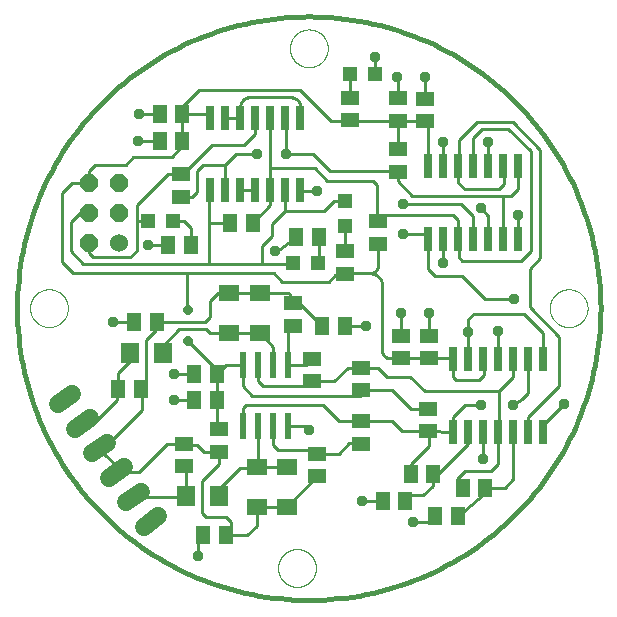
<source format=gtl>
G75*
%MOIN*%
%OFA0B0*%
%FSLAX25Y25*%
%IPPOS*%
%LPD*%
%AMOC8*
5,1,8,0,0,1.08239X$1,22.5*
%
%ADD10C,0.01600*%
%ADD11C,0.00000*%
%ADD12R,0.05118X0.05906*%
%ADD13R,0.05906X0.05118*%
%ADD14R,0.07087X0.05512*%
%ADD15R,0.02600X0.08000*%
%ADD16R,0.02362X0.08661*%
%ADD17R,0.06299X0.07098*%
%ADD18C,0.06000*%
%ADD19C,0.06000*%
%ADD20OC8,0.06000*%
%ADD21R,0.04724X0.04724*%
%ADD22OC8,0.03543*%
%ADD23C,0.00984*%
%ADD24OC8,0.03169*%
D10*
X0002582Y0099819D02*
X0002611Y0102205D01*
X0002699Y0104590D01*
X0002845Y0106972D01*
X0003050Y0109350D01*
X0003313Y0111722D01*
X0003634Y0114087D01*
X0004014Y0116443D01*
X0004450Y0118789D01*
X0004945Y0121124D01*
X0005496Y0123446D01*
X0006104Y0125753D01*
X0006769Y0128045D01*
X0007490Y0130320D01*
X0008266Y0132577D01*
X0009098Y0134814D01*
X0009984Y0137030D01*
X0010924Y0139223D01*
X0011918Y0141393D01*
X0012965Y0143538D01*
X0014064Y0145656D01*
X0015214Y0147747D01*
X0016416Y0149809D01*
X0017668Y0151841D01*
X0018969Y0153841D01*
X0020320Y0155809D01*
X0021718Y0157743D01*
X0023163Y0159642D01*
X0024654Y0161505D01*
X0026190Y0163332D01*
X0027771Y0165119D01*
X0029395Y0166868D01*
X0031062Y0168576D01*
X0032770Y0170243D01*
X0034519Y0171867D01*
X0036306Y0173448D01*
X0038133Y0174984D01*
X0039996Y0176475D01*
X0041895Y0177920D01*
X0043829Y0179318D01*
X0045797Y0180669D01*
X0047797Y0181970D01*
X0049829Y0183222D01*
X0051891Y0184424D01*
X0053982Y0185574D01*
X0056100Y0186673D01*
X0058245Y0187720D01*
X0060415Y0188714D01*
X0062608Y0189654D01*
X0064824Y0190540D01*
X0067061Y0191372D01*
X0069318Y0192148D01*
X0071593Y0192869D01*
X0073885Y0193534D01*
X0076192Y0194142D01*
X0078514Y0194693D01*
X0080849Y0195188D01*
X0083195Y0195624D01*
X0085551Y0196004D01*
X0087916Y0196325D01*
X0090288Y0196588D01*
X0092666Y0196793D01*
X0095048Y0196939D01*
X0097433Y0197027D01*
X0099819Y0197056D01*
X0102205Y0197027D01*
X0104590Y0196939D01*
X0106972Y0196793D01*
X0109350Y0196588D01*
X0111722Y0196325D01*
X0114087Y0196004D01*
X0116443Y0195624D01*
X0118789Y0195188D01*
X0121124Y0194693D01*
X0123446Y0194142D01*
X0125753Y0193534D01*
X0128045Y0192869D01*
X0130320Y0192148D01*
X0132577Y0191372D01*
X0134814Y0190540D01*
X0137030Y0189654D01*
X0139223Y0188714D01*
X0141393Y0187720D01*
X0143538Y0186673D01*
X0145656Y0185574D01*
X0147747Y0184424D01*
X0149809Y0183222D01*
X0151841Y0181970D01*
X0153841Y0180669D01*
X0155809Y0179318D01*
X0157743Y0177920D01*
X0159642Y0176475D01*
X0161505Y0174984D01*
X0163332Y0173448D01*
X0165119Y0171867D01*
X0166868Y0170243D01*
X0168576Y0168576D01*
X0170243Y0166868D01*
X0171867Y0165119D01*
X0173448Y0163332D01*
X0174984Y0161505D01*
X0176475Y0159642D01*
X0177920Y0157743D01*
X0179318Y0155809D01*
X0180669Y0153841D01*
X0181970Y0151841D01*
X0183222Y0149809D01*
X0184424Y0147747D01*
X0185574Y0145656D01*
X0186673Y0143538D01*
X0187720Y0141393D01*
X0188714Y0139223D01*
X0189654Y0137030D01*
X0190540Y0134814D01*
X0191372Y0132577D01*
X0192148Y0130320D01*
X0192869Y0128045D01*
X0193534Y0125753D01*
X0194142Y0123446D01*
X0194693Y0121124D01*
X0195188Y0118789D01*
X0195624Y0116443D01*
X0196004Y0114087D01*
X0196325Y0111722D01*
X0196588Y0109350D01*
X0196793Y0106972D01*
X0196939Y0104590D01*
X0197027Y0102205D01*
X0197056Y0099819D01*
X0197027Y0097433D01*
X0196939Y0095048D01*
X0196793Y0092666D01*
X0196588Y0090288D01*
X0196325Y0087916D01*
X0196004Y0085551D01*
X0195624Y0083195D01*
X0195188Y0080849D01*
X0194693Y0078514D01*
X0194142Y0076192D01*
X0193534Y0073885D01*
X0192869Y0071593D01*
X0192148Y0069318D01*
X0191372Y0067061D01*
X0190540Y0064824D01*
X0189654Y0062608D01*
X0188714Y0060415D01*
X0187720Y0058245D01*
X0186673Y0056100D01*
X0185574Y0053982D01*
X0184424Y0051891D01*
X0183222Y0049829D01*
X0181970Y0047797D01*
X0180669Y0045797D01*
X0179318Y0043829D01*
X0177920Y0041895D01*
X0176475Y0039996D01*
X0174984Y0038133D01*
X0173448Y0036306D01*
X0171867Y0034519D01*
X0170243Y0032770D01*
X0168576Y0031062D01*
X0166868Y0029395D01*
X0165119Y0027771D01*
X0163332Y0026190D01*
X0161505Y0024654D01*
X0159642Y0023163D01*
X0157743Y0021718D01*
X0155809Y0020320D01*
X0153841Y0018969D01*
X0151841Y0017668D01*
X0149809Y0016416D01*
X0147747Y0015214D01*
X0145656Y0014064D01*
X0143538Y0012965D01*
X0141393Y0011918D01*
X0139223Y0010924D01*
X0137030Y0009984D01*
X0134814Y0009098D01*
X0132577Y0008266D01*
X0130320Y0007490D01*
X0128045Y0006769D01*
X0125753Y0006104D01*
X0123446Y0005496D01*
X0121124Y0004945D01*
X0118789Y0004450D01*
X0116443Y0004014D01*
X0114087Y0003634D01*
X0111722Y0003313D01*
X0109350Y0003050D01*
X0106972Y0002845D01*
X0104590Y0002699D01*
X0102205Y0002611D01*
X0099819Y0002582D01*
X0097433Y0002611D01*
X0095048Y0002699D01*
X0092666Y0002845D01*
X0090288Y0003050D01*
X0087916Y0003313D01*
X0085551Y0003634D01*
X0083195Y0004014D01*
X0080849Y0004450D01*
X0078514Y0004945D01*
X0076192Y0005496D01*
X0073885Y0006104D01*
X0071593Y0006769D01*
X0069318Y0007490D01*
X0067061Y0008266D01*
X0064824Y0009098D01*
X0062608Y0009984D01*
X0060415Y0010924D01*
X0058245Y0011918D01*
X0056100Y0012965D01*
X0053982Y0014064D01*
X0051891Y0015214D01*
X0049829Y0016416D01*
X0047797Y0017668D01*
X0045797Y0018969D01*
X0043829Y0020320D01*
X0041895Y0021718D01*
X0039996Y0023163D01*
X0038133Y0024654D01*
X0036306Y0026190D01*
X0034519Y0027771D01*
X0032770Y0029395D01*
X0031062Y0031062D01*
X0029395Y0032770D01*
X0027771Y0034519D01*
X0026190Y0036306D01*
X0024654Y0038133D01*
X0023163Y0039996D01*
X0021718Y0041895D01*
X0020320Y0043829D01*
X0018969Y0045797D01*
X0017668Y0047797D01*
X0016416Y0049829D01*
X0015214Y0051891D01*
X0014064Y0053982D01*
X0012965Y0056100D01*
X0011918Y0058245D01*
X0010924Y0060415D01*
X0009984Y0062608D01*
X0009098Y0064824D01*
X0008266Y0067061D01*
X0007490Y0069318D01*
X0006769Y0071593D01*
X0006104Y0073885D01*
X0005496Y0076192D01*
X0004945Y0078514D01*
X0004450Y0080849D01*
X0004014Y0083195D01*
X0003634Y0085551D01*
X0003313Y0087916D01*
X0003050Y0090288D01*
X0002845Y0092666D01*
X0002699Y0095048D01*
X0002611Y0097433D01*
X0002582Y0099819D01*
D11*
X0006906Y0099819D02*
X0006908Y0099977D01*
X0006914Y0100135D01*
X0006924Y0100293D01*
X0006938Y0100451D01*
X0006956Y0100608D01*
X0006977Y0100765D01*
X0007003Y0100921D01*
X0007033Y0101077D01*
X0007066Y0101232D01*
X0007104Y0101385D01*
X0007145Y0101538D01*
X0007190Y0101690D01*
X0007239Y0101841D01*
X0007292Y0101990D01*
X0007348Y0102138D01*
X0007408Y0102284D01*
X0007472Y0102429D01*
X0007540Y0102572D01*
X0007611Y0102714D01*
X0007685Y0102854D01*
X0007763Y0102991D01*
X0007845Y0103127D01*
X0007929Y0103261D01*
X0008018Y0103392D01*
X0008109Y0103521D01*
X0008204Y0103648D01*
X0008301Y0103773D01*
X0008402Y0103895D01*
X0008506Y0104014D01*
X0008613Y0104131D01*
X0008723Y0104245D01*
X0008836Y0104356D01*
X0008951Y0104465D01*
X0009069Y0104570D01*
X0009190Y0104672D01*
X0009313Y0104772D01*
X0009439Y0104868D01*
X0009567Y0104961D01*
X0009697Y0105051D01*
X0009830Y0105137D01*
X0009965Y0105221D01*
X0010101Y0105300D01*
X0010240Y0105377D01*
X0010381Y0105449D01*
X0010523Y0105519D01*
X0010667Y0105584D01*
X0010813Y0105646D01*
X0010960Y0105704D01*
X0011109Y0105759D01*
X0011259Y0105810D01*
X0011410Y0105857D01*
X0011562Y0105900D01*
X0011715Y0105939D01*
X0011870Y0105975D01*
X0012025Y0106006D01*
X0012181Y0106034D01*
X0012337Y0106058D01*
X0012494Y0106078D01*
X0012652Y0106094D01*
X0012809Y0106106D01*
X0012968Y0106114D01*
X0013126Y0106118D01*
X0013284Y0106118D01*
X0013442Y0106114D01*
X0013601Y0106106D01*
X0013758Y0106094D01*
X0013916Y0106078D01*
X0014073Y0106058D01*
X0014229Y0106034D01*
X0014385Y0106006D01*
X0014540Y0105975D01*
X0014695Y0105939D01*
X0014848Y0105900D01*
X0015000Y0105857D01*
X0015151Y0105810D01*
X0015301Y0105759D01*
X0015450Y0105704D01*
X0015597Y0105646D01*
X0015743Y0105584D01*
X0015887Y0105519D01*
X0016029Y0105449D01*
X0016170Y0105377D01*
X0016309Y0105300D01*
X0016445Y0105221D01*
X0016580Y0105137D01*
X0016713Y0105051D01*
X0016843Y0104961D01*
X0016971Y0104868D01*
X0017097Y0104772D01*
X0017220Y0104672D01*
X0017341Y0104570D01*
X0017459Y0104465D01*
X0017574Y0104356D01*
X0017687Y0104245D01*
X0017797Y0104131D01*
X0017904Y0104014D01*
X0018008Y0103895D01*
X0018109Y0103773D01*
X0018206Y0103648D01*
X0018301Y0103521D01*
X0018392Y0103392D01*
X0018481Y0103261D01*
X0018565Y0103127D01*
X0018647Y0102991D01*
X0018725Y0102854D01*
X0018799Y0102714D01*
X0018870Y0102572D01*
X0018938Y0102429D01*
X0019002Y0102284D01*
X0019062Y0102138D01*
X0019118Y0101990D01*
X0019171Y0101841D01*
X0019220Y0101690D01*
X0019265Y0101538D01*
X0019306Y0101385D01*
X0019344Y0101232D01*
X0019377Y0101077D01*
X0019407Y0100921D01*
X0019433Y0100765D01*
X0019454Y0100608D01*
X0019472Y0100451D01*
X0019486Y0100293D01*
X0019496Y0100135D01*
X0019502Y0099977D01*
X0019504Y0099819D01*
X0019502Y0099661D01*
X0019496Y0099503D01*
X0019486Y0099345D01*
X0019472Y0099187D01*
X0019454Y0099030D01*
X0019433Y0098873D01*
X0019407Y0098717D01*
X0019377Y0098561D01*
X0019344Y0098406D01*
X0019306Y0098253D01*
X0019265Y0098100D01*
X0019220Y0097948D01*
X0019171Y0097797D01*
X0019118Y0097648D01*
X0019062Y0097500D01*
X0019002Y0097354D01*
X0018938Y0097209D01*
X0018870Y0097066D01*
X0018799Y0096924D01*
X0018725Y0096784D01*
X0018647Y0096647D01*
X0018565Y0096511D01*
X0018481Y0096377D01*
X0018392Y0096246D01*
X0018301Y0096117D01*
X0018206Y0095990D01*
X0018109Y0095865D01*
X0018008Y0095743D01*
X0017904Y0095624D01*
X0017797Y0095507D01*
X0017687Y0095393D01*
X0017574Y0095282D01*
X0017459Y0095173D01*
X0017341Y0095068D01*
X0017220Y0094966D01*
X0017097Y0094866D01*
X0016971Y0094770D01*
X0016843Y0094677D01*
X0016713Y0094587D01*
X0016580Y0094501D01*
X0016445Y0094417D01*
X0016309Y0094338D01*
X0016170Y0094261D01*
X0016029Y0094189D01*
X0015887Y0094119D01*
X0015743Y0094054D01*
X0015597Y0093992D01*
X0015450Y0093934D01*
X0015301Y0093879D01*
X0015151Y0093828D01*
X0015000Y0093781D01*
X0014848Y0093738D01*
X0014695Y0093699D01*
X0014540Y0093663D01*
X0014385Y0093632D01*
X0014229Y0093604D01*
X0014073Y0093580D01*
X0013916Y0093560D01*
X0013758Y0093544D01*
X0013601Y0093532D01*
X0013442Y0093524D01*
X0013284Y0093520D01*
X0013126Y0093520D01*
X0012968Y0093524D01*
X0012809Y0093532D01*
X0012652Y0093544D01*
X0012494Y0093560D01*
X0012337Y0093580D01*
X0012181Y0093604D01*
X0012025Y0093632D01*
X0011870Y0093663D01*
X0011715Y0093699D01*
X0011562Y0093738D01*
X0011410Y0093781D01*
X0011259Y0093828D01*
X0011109Y0093879D01*
X0010960Y0093934D01*
X0010813Y0093992D01*
X0010667Y0094054D01*
X0010523Y0094119D01*
X0010381Y0094189D01*
X0010240Y0094261D01*
X0010101Y0094338D01*
X0009965Y0094417D01*
X0009830Y0094501D01*
X0009697Y0094587D01*
X0009567Y0094677D01*
X0009439Y0094770D01*
X0009313Y0094866D01*
X0009190Y0094966D01*
X0009069Y0095068D01*
X0008951Y0095173D01*
X0008836Y0095282D01*
X0008723Y0095393D01*
X0008613Y0095507D01*
X0008506Y0095624D01*
X0008402Y0095743D01*
X0008301Y0095865D01*
X0008204Y0095990D01*
X0008109Y0096117D01*
X0008018Y0096246D01*
X0007929Y0096377D01*
X0007845Y0096511D01*
X0007763Y0096647D01*
X0007685Y0096784D01*
X0007611Y0096924D01*
X0007540Y0097066D01*
X0007472Y0097209D01*
X0007408Y0097354D01*
X0007348Y0097500D01*
X0007292Y0097648D01*
X0007239Y0097797D01*
X0007190Y0097948D01*
X0007145Y0098100D01*
X0007104Y0098253D01*
X0007066Y0098406D01*
X0007033Y0098561D01*
X0007003Y0098717D01*
X0006977Y0098873D01*
X0006956Y0099030D01*
X0006938Y0099187D01*
X0006924Y0099345D01*
X0006914Y0099503D01*
X0006908Y0099661D01*
X0006906Y0099819D01*
X0089583Y0013205D02*
X0089585Y0013363D01*
X0089591Y0013521D01*
X0089601Y0013679D01*
X0089615Y0013837D01*
X0089633Y0013994D01*
X0089654Y0014151D01*
X0089680Y0014307D01*
X0089710Y0014463D01*
X0089743Y0014618D01*
X0089781Y0014771D01*
X0089822Y0014924D01*
X0089867Y0015076D01*
X0089916Y0015227D01*
X0089969Y0015376D01*
X0090025Y0015524D01*
X0090085Y0015670D01*
X0090149Y0015815D01*
X0090217Y0015958D01*
X0090288Y0016100D01*
X0090362Y0016240D01*
X0090440Y0016377D01*
X0090522Y0016513D01*
X0090606Y0016647D01*
X0090695Y0016778D01*
X0090786Y0016907D01*
X0090881Y0017034D01*
X0090978Y0017159D01*
X0091079Y0017281D01*
X0091183Y0017400D01*
X0091290Y0017517D01*
X0091400Y0017631D01*
X0091513Y0017742D01*
X0091628Y0017851D01*
X0091746Y0017956D01*
X0091867Y0018058D01*
X0091990Y0018158D01*
X0092116Y0018254D01*
X0092244Y0018347D01*
X0092374Y0018437D01*
X0092507Y0018523D01*
X0092642Y0018607D01*
X0092778Y0018686D01*
X0092917Y0018763D01*
X0093058Y0018835D01*
X0093200Y0018905D01*
X0093344Y0018970D01*
X0093490Y0019032D01*
X0093637Y0019090D01*
X0093786Y0019145D01*
X0093936Y0019196D01*
X0094087Y0019243D01*
X0094239Y0019286D01*
X0094392Y0019325D01*
X0094547Y0019361D01*
X0094702Y0019392D01*
X0094858Y0019420D01*
X0095014Y0019444D01*
X0095171Y0019464D01*
X0095329Y0019480D01*
X0095486Y0019492D01*
X0095645Y0019500D01*
X0095803Y0019504D01*
X0095961Y0019504D01*
X0096119Y0019500D01*
X0096278Y0019492D01*
X0096435Y0019480D01*
X0096593Y0019464D01*
X0096750Y0019444D01*
X0096906Y0019420D01*
X0097062Y0019392D01*
X0097217Y0019361D01*
X0097372Y0019325D01*
X0097525Y0019286D01*
X0097677Y0019243D01*
X0097828Y0019196D01*
X0097978Y0019145D01*
X0098127Y0019090D01*
X0098274Y0019032D01*
X0098420Y0018970D01*
X0098564Y0018905D01*
X0098706Y0018835D01*
X0098847Y0018763D01*
X0098986Y0018686D01*
X0099122Y0018607D01*
X0099257Y0018523D01*
X0099390Y0018437D01*
X0099520Y0018347D01*
X0099648Y0018254D01*
X0099774Y0018158D01*
X0099897Y0018058D01*
X0100018Y0017956D01*
X0100136Y0017851D01*
X0100251Y0017742D01*
X0100364Y0017631D01*
X0100474Y0017517D01*
X0100581Y0017400D01*
X0100685Y0017281D01*
X0100786Y0017159D01*
X0100883Y0017034D01*
X0100978Y0016907D01*
X0101069Y0016778D01*
X0101158Y0016647D01*
X0101242Y0016513D01*
X0101324Y0016377D01*
X0101402Y0016240D01*
X0101476Y0016100D01*
X0101547Y0015958D01*
X0101615Y0015815D01*
X0101679Y0015670D01*
X0101739Y0015524D01*
X0101795Y0015376D01*
X0101848Y0015227D01*
X0101897Y0015076D01*
X0101942Y0014924D01*
X0101983Y0014771D01*
X0102021Y0014618D01*
X0102054Y0014463D01*
X0102084Y0014307D01*
X0102110Y0014151D01*
X0102131Y0013994D01*
X0102149Y0013837D01*
X0102163Y0013679D01*
X0102173Y0013521D01*
X0102179Y0013363D01*
X0102181Y0013205D01*
X0102179Y0013047D01*
X0102173Y0012889D01*
X0102163Y0012731D01*
X0102149Y0012573D01*
X0102131Y0012416D01*
X0102110Y0012259D01*
X0102084Y0012103D01*
X0102054Y0011947D01*
X0102021Y0011792D01*
X0101983Y0011639D01*
X0101942Y0011486D01*
X0101897Y0011334D01*
X0101848Y0011183D01*
X0101795Y0011034D01*
X0101739Y0010886D01*
X0101679Y0010740D01*
X0101615Y0010595D01*
X0101547Y0010452D01*
X0101476Y0010310D01*
X0101402Y0010170D01*
X0101324Y0010033D01*
X0101242Y0009897D01*
X0101158Y0009763D01*
X0101069Y0009632D01*
X0100978Y0009503D01*
X0100883Y0009376D01*
X0100786Y0009251D01*
X0100685Y0009129D01*
X0100581Y0009010D01*
X0100474Y0008893D01*
X0100364Y0008779D01*
X0100251Y0008668D01*
X0100136Y0008559D01*
X0100018Y0008454D01*
X0099897Y0008352D01*
X0099774Y0008252D01*
X0099648Y0008156D01*
X0099520Y0008063D01*
X0099390Y0007973D01*
X0099257Y0007887D01*
X0099122Y0007803D01*
X0098986Y0007724D01*
X0098847Y0007647D01*
X0098706Y0007575D01*
X0098564Y0007505D01*
X0098420Y0007440D01*
X0098274Y0007378D01*
X0098127Y0007320D01*
X0097978Y0007265D01*
X0097828Y0007214D01*
X0097677Y0007167D01*
X0097525Y0007124D01*
X0097372Y0007085D01*
X0097217Y0007049D01*
X0097062Y0007018D01*
X0096906Y0006990D01*
X0096750Y0006966D01*
X0096593Y0006946D01*
X0096435Y0006930D01*
X0096278Y0006918D01*
X0096119Y0006910D01*
X0095961Y0006906D01*
X0095803Y0006906D01*
X0095645Y0006910D01*
X0095486Y0006918D01*
X0095329Y0006930D01*
X0095171Y0006946D01*
X0095014Y0006966D01*
X0094858Y0006990D01*
X0094702Y0007018D01*
X0094547Y0007049D01*
X0094392Y0007085D01*
X0094239Y0007124D01*
X0094087Y0007167D01*
X0093936Y0007214D01*
X0093786Y0007265D01*
X0093637Y0007320D01*
X0093490Y0007378D01*
X0093344Y0007440D01*
X0093200Y0007505D01*
X0093058Y0007575D01*
X0092917Y0007647D01*
X0092778Y0007724D01*
X0092642Y0007803D01*
X0092507Y0007887D01*
X0092374Y0007973D01*
X0092244Y0008063D01*
X0092116Y0008156D01*
X0091990Y0008252D01*
X0091867Y0008352D01*
X0091746Y0008454D01*
X0091628Y0008559D01*
X0091513Y0008668D01*
X0091400Y0008779D01*
X0091290Y0008893D01*
X0091183Y0009010D01*
X0091079Y0009129D01*
X0090978Y0009251D01*
X0090881Y0009376D01*
X0090786Y0009503D01*
X0090695Y0009632D01*
X0090606Y0009763D01*
X0090522Y0009897D01*
X0090440Y0010033D01*
X0090362Y0010170D01*
X0090288Y0010310D01*
X0090217Y0010452D01*
X0090149Y0010595D01*
X0090085Y0010740D01*
X0090025Y0010886D01*
X0089969Y0011034D01*
X0089916Y0011183D01*
X0089867Y0011334D01*
X0089822Y0011486D01*
X0089781Y0011639D01*
X0089743Y0011792D01*
X0089710Y0011947D01*
X0089680Y0012103D01*
X0089654Y0012259D01*
X0089633Y0012416D01*
X0089615Y0012573D01*
X0089601Y0012731D01*
X0089591Y0012889D01*
X0089585Y0013047D01*
X0089583Y0013205D01*
X0180134Y0099819D02*
X0180136Y0099977D01*
X0180142Y0100135D01*
X0180152Y0100293D01*
X0180166Y0100451D01*
X0180184Y0100608D01*
X0180205Y0100765D01*
X0180231Y0100921D01*
X0180261Y0101077D01*
X0180294Y0101232D01*
X0180332Y0101385D01*
X0180373Y0101538D01*
X0180418Y0101690D01*
X0180467Y0101841D01*
X0180520Y0101990D01*
X0180576Y0102138D01*
X0180636Y0102284D01*
X0180700Y0102429D01*
X0180768Y0102572D01*
X0180839Y0102714D01*
X0180913Y0102854D01*
X0180991Y0102991D01*
X0181073Y0103127D01*
X0181157Y0103261D01*
X0181246Y0103392D01*
X0181337Y0103521D01*
X0181432Y0103648D01*
X0181529Y0103773D01*
X0181630Y0103895D01*
X0181734Y0104014D01*
X0181841Y0104131D01*
X0181951Y0104245D01*
X0182064Y0104356D01*
X0182179Y0104465D01*
X0182297Y0104570D01*
X0182418Y0104672D01*
X0182541Y0104772D01*
X0182667Y0104868D01*
X0182795Y0104961D01*
X0182925Y0105051D01*
X0183058Y0105137D01*
X0183193Y0105221D01*
X0183329Y0105300D01*
X0183468Y0105377D01*
X0183609Y0105449D01*
X0183751Y0105519D01*
X0183895Y0105584D01*
X0184041Y0105646D01*
X0184188Y0105704D01*
X0184337Y0105759D01*
X0184487Y0105810D01*
X0184638Y0105857D01*
X0184790Y0105900D01*
X0184943Y0105939D01*
X0185098Y0105975D01*
X0185253Y0106006D01*
X0185409Y0106034D01*
X0185565Y0106058D01*
X0185722Y0106078D01*
X0185880Y0106094D01*
X0186037Y0106106D01*
X0186196Y0106114D01*
X0186354Y0106118D01*
X0186512Y0106118D01*
X0186670Y0106114D01*
X0186829Y0106106D01*
X0186986Y0106094D01*
X0187144Y0106078D01*
X0187301Y0106058D01*
X0187457Y0106034D01*
X0187613Y0106006D01*
X0187768Y0105975D01*
X0187923Y0105939D01*
X0188076Y0105900D01*
X0188228Y0105857D01*
X0188379Y0105810D01*
X0188529Y0105759D01*
X0188678Y0105704D01*
X0188825Y0105646D01*
X0188971Y0105584D01*
X0189115Y0105519D01*
X0189257Y0105449D01*
X0189398Y0105377D01*
X0189537Y0105300D01*
X0189673Y0105221D01*
X0189808Y0105137D01*
X0189941Y0105051D01*
X0190071Y0104961D01*
X0190199Y0104868D01*
X0190325Y0104772D01*
X0190448Y0104672D01*
X0190569Y0104570D01*
X0190687Y0104465D01*
X0190802Y0104356D01*
X0190915Y0104245D01*
X0191025Y0104131D01*
X0191132Y0104014D01*
X0191236Y0103895D01*
X0191337Y0103773D01*
X0191434Y0103648D01*
X0191529Y0103521D01*
X0191620Y0103392D01*
X0191709Y0103261D01*
X0191793Y0103127D01*
X0191875Y0102991D01*
X0191953Y0102854D01*
X0192027Y0102714D01*
X0192098Y0102572D01*
X0192166Y0102429D01*
X0192230Y0102284D01*
X0192290Y0102138D01*
X0192346Y0101990D01*
X0192399Y0101841D01*
X0192448Y0101690D01*
X0192493Y0101538D01*
X0192534Y0101385D01*
X0192572Y0101232D01*
X0192605Y0101077D01*
X0192635Y0100921D01*
X0192661Y0100765D01*
X0192682Y0100608D01*
X0192700Y0100451D01*
X0192714Y0100293D01*
X0192724Y0100135D01*
X0192730Y0099977D01*
X0192732Y0099819D01*
X0192730Y0099661D01*
X0192724Y0099503D01*
X0192714Y0099345D01*
X0192700Y0099187D01*
X0192682Y0099030D01*
X0192661Y0098873D01*
X0192635Y0098717D01*
X0192605Y0098561D01*
X0192572Y0098406D01*
X0192534Y0098253D01*
X0192493Y0098100D01*
X0192448Y0097948D01*
X0192399Y0097797D01*
X0192346Y0097648D01*
X0192290Y0097500D01*
X0192230Y0097354D01*
X0192166Y0097209D01*
X0192098Y0097066D01*
X0192027Y0096924D01*
X0191953Y0096784D01*
X0191875Y0096647D01*
X0191793Y0096511D01*
X0191709Y0096377D01*
X0191620Y0096246D01*
X0191529Y0096117D01*
X0191434Y0095990D01*
X0191337Y0095865D01*
X0191236Y0095743D01*
X0191132Y0095624D01*
X0191025Y0095507D01*
X0190915Y0095393D01*
X0190802Y0095282D01*
X0190687Y0095173D01*
X0190569Y0095068D01*
X0190448Y0094966D01*
X0190325Y0094866D01*
X0190199Y0094770D01*
X0190071Y0094677D01*
X0189941Y0094587D01*
X0189808Y0094501D01*
X0189673Y0094417D01*
X0189537Y0094338D01*
X0189398Y0094261D01*
X0189257Y0094189D01*
X0189115Y0094119D01*
X0188971Y0094054D01*
X0188825Y0093992D01*
X0188678Y0093934D01*
X0188529Y0093879D01*
X0188379Y0093828D01*
X0188228Y0093781D01*
X0188076Y0093738D01*
X0187923Y0093699D01*
X0187768Y0093663D01*
X0187613Y0093632D01*
X0187457Y0093604D01*
X0187301Y0093580D01*
X0187144Y0093560D01*
X0186986Y0093544D01*
X0186829Y0093532D01*
X0186670Y0093524D01*
X0186512Y0093520D01*
X0186354Y0093520D01*
X0186196Y0093524D01*
X0186037Y0093532D01*
X0185880Y0093544D01*
X0185722Y0093560D01*
X0185565Y0093580D01*
X0185409Y0093604D01*
X0185253Y0093632D01*
X0185098Y0093663D01*
X0184943Y0093699D01*
X0184790Y0093738D01*
X0184638Y0093781D01*
X0184487Y0093828D01*
X0184337Y0093879D01*
X0184188Y0093934D01*
X0184041Y0093992D01*
X0183895Y0094054D01*
X0183751Y0094119D01*
X0183609Y0094189D01*
X0183468Y0094261D01*
X0183329Y0094338D01*
X0183193Y0094417D01*
X0183058Y0094501D01*
X0182925Y0094587D01*
X0182795Y0094677D01*
X0182667Y0094770D01*
X0182541Y0094866D01*
X0182418Y0094966D01*
X0182297Y0095068D01*
X0182179Y0095173D01*
X0182064Y0095282D01*
X0181951Y0095393D01*
X0181841Y0095507D01*
X0181734Y0095624D01*
X0181630Y0095743D01*
X0181529Y0095865D01*
X0181432Y0095990D01*
X0181337Y0096117D01*
X0181246Y0096246D01*
X0181157Y0096377D01*
X0181073Y0096511D01*
X0180991Y0096647D01*
X0180913Y0096784D01*
X0180839Y0096924D01*
X0180768Y0097066D01*
X0180700Y0097209D01*
X0180636Y0097354D01*
X0180576Y0097500D01*
X0180520Y0097648D01*
X0180467Y0097797D01*
X0180418Y0097948D01*
X0180373Y0098100D01*
X0180332Y0098253D01*
X0180294Y0098406D01*
X0180261Y0098561D01*
X0180231Y0098717D01*
X0180205Y0098873D01*
X0180184Y0099030D01*
X0180166Y0099187D01*
X0180152Y0099345D01*
X0180142Y0099503D01*
X0180136Y0099661D01*
X0180134Y0099819D01*
X0093520Y0186433D02*
X0093522Y0186591D01*
X0093528Y0186749D01*
X0093538Y0186907D01*
X0093552Y0187065D01*
X0093570Y0187222D01*
X0093591Y0187379D01*
X0093617Y0187535D01*
X0093647Y0187691D01*
X0093680Y0187846D01*
X0093718Y0187999D01*
X0093759Y0188152D01*
X0093804Y0188304D01*
X0093853Y0188455D01*
X0093906Y0188604D01*
X0093962Y0188752D01*
X0094022Y0188898D01*
X0094086Y0189043D01*
X0094154Y0189186D01*
X0094225Y0189328D01*
X0094299Y0189468D01*
X0094377Y0189605D01*
X0094459Y0189741D01*
X0094543Y0189875D01*
X0094632Y0190006D01*
X0094723Y0190135D01*
X0094818Y0190262D01*
X0094915Y0190387D01*
X0095016Y0190509D01*
X0095120Y0190628D01*
X0095227Y0190745D01*
X0095337Y0190859D01*
X0095450Y0190970D01*
X0095565Y0191079D01*
X0095683Y0191184D01*
X0095804Y0191286D01*
X0095927Y0191386D01*
X0096053Y0191482D01*
X0096181Y0191575D01*
X0096311Y0191665D01*
X0096444Y0191751D01*
X0096579Y0191835D01*
X0096715Y0191914D01*
X0096854Y0191991D01*
X0096995Y0192063D01*
X0097137Y0192133D01*
X0097281Y0192198D01*
X0097427Y0192260D01*
X0097574Y0192318D01*
X0097723Y0192373D01*
X0097873Y0192424D01*
X0098024Y0192471D01*
X0098176Y0192514D01*
X0098329Y0192553D01*
X0098484Y0192589D01*
X0098639Y0192620D01*
X0098795Y0192648D01*
X0098951Y0192672D01*
X0099108Y0192692D01*
X0099266Y0192708D01*
X0099423Y0192720D01*
X0099582Y0192728D01*
X0099740Y0192732D01*
X0099898Y0192732D01*
X0100056Y0192728D01*
X0100215Y0192720D01*
X0100372Y0192708D01*
X0100530Y0192692D01*
X0100687Y0192672D01*
X0100843Y0192648D01*
X0100999Y0192620D01*
X0101154Y0192589D01*
X0101309Y0192553D01*
X0101462Y0192514D01*
X0101614Y0192471D01*
X0101765Y0192424D01*
X0101915Y0192373D01*
X0102064Y0192318D01*
X0102211Y0192260D01*
X0102357Y0192198D01*
X0102501Y0192133D01*
X0102643Y0192063D01*
X0102784Y0191991D01*
X0102923Y0191914D01*
X0103059Y0191835D01*
X0103194Y0191751D01*
X0103327Y0191665D01*
X0103457Y0191575D01*
X0103585Y0191482D01*
X0103711Y0191386D01*
X0103834Y0191286D01*
X0103955Y0191184D01*
X0104073Y0191079D01*
X0104188Y0190970D01*
X0104301Y0190859D01*
X0104411Y0190745D01*
X0104518Y0190628D01*
X0104622Y0190509D01*
X0104723Y0190387D01*
X0104820Y0190262D01*
X0104915Y0190135D01*
X0105006Y0190006D01*
X0105095Y0189875D01*
X0105179Y0189741D01*
X0105261Y0189605D01*
X0105339Y0189468D01*
X0105413Y0189328D01*
X0105484Y0189186D01*
X0105552Y0189043D01*
X0105616Y0188898D01*
X0105676Y0188752D01*
X0105732Y0188604D01*
X0105785Y0188455D01*
X0105834Y0188304D01*
X0105879Y0188152D01*
X0105920Y0187999D01*
X0105958Y0187846D01*
X0105991Y0187691D01*
X0106021Y0187535D01*
X0106047Y0187379D01*
X0106068Y0187222D01*
X0106086Y0187065D01*
X0106100Y0186907D01*
X0106110Y0186749D01*
X0106116Y0186591D01*
X0106118Y0186433D01*
X0106116Y0186275D01*
X0106110Y0186117D01*
X0106100Y0185959D01*
X0106086Y0185801D01*
X0106068Y0185644D01*
X0106047Y0185487D01*
X0106021Y0185331D01*
X0105991Y0185175D01*
X0105958Y0185020D01*
X0105920Y0184867D01*
X0105879Y0184714D01*
X0105834Y0184562D01*
X0105785Y0184411D01*
X0105732Y0184262D01*
X0105676Y0184114D01*
X0105616Y0183968D01*
X0105552Y0183823D01*
X0105484Y0183680D01*
X0105413Y0183538D01*
X0105339Y0183398D01*
X0105261Y0183261D01*
X0105179Y0183125D01*
X0105095Y0182991D01*
X0105006Y0182860D01*
X0104915Y0182731D01*
X0104820Y0182604D01*
X0104723Y0182479D01*
X0104622Y0182357D01*
X0104518Y0182238D01*
X0104411Y0182121D01*
X0104301Y0182007D01*
X0104188Y0181896D01*
X0104073Y0181787D01*
X0103955Y0181682D01*
X0103834Y0181580D01*
X0103711Y0181480D01*
X0103585Y0181384D01*
X0103457Y0181291D01*
X0103327Y0181201D01*
X0103194Y0181115D01*
X0103059Y0181031D01*
X0102923Y0180952D01*
X0102784Y0180875D01*
X0102643Y0180803D01*
X0102501Y0180733D01*
X0102357Y0180668D01*
X0102211Y0180606D01*
X0102064Y0180548D01*
X0101915Y0180493D01*
X0101765Y0180442D01*
X0101614Y0180395D01*
X0101462Y0180352D01*
X0101309Y0180313D01*
X0101154Y0180277D01*
X0100999Y0180246D01*
X0100843Y0180218D01*
X0100687Y0180194D01*
X0100530Y0180174D01*
X0100372Y0180158D01*
X0100215Y0180146D01*
X0100056Y0180138D01*
X0099898Y0180134D01*
X0099740Y0180134D01*
X0099582Y0180138D01*
X0099423Y0180146D01*
X0099266Y0180158D01*
X0099108Y0180174D01*
X0098951Y0180194D01*
X0098795Y0180218D01*
X0098639Y0180246D01*
X0098484Y0180277D01*
X0098329Y0180313D01*
X0098176Y0180352D01*
X0098024Y0180395D01*
X0097873Y0180442D01*
X0097723Y0180493D01*
X0097574Y0180548D01*
X0097427Y0180606D01*
X0097281Y0180668D01*
X0097137Y0180733D01*
X0096995Y0180803D01*
X0096854Y0180875D01*
X0096715Y0180952D01*
X0096579Y0181031D01*
X0096444Y0181115D01*
X0096311Y0181201D01*
X0096181Y0181291D01*
X0096053Y0181384D01*
X0095927Y0181480D01*
X0095804Y0181580D01*
X0095683Y0181682D01*
X0095565Y0181787D01*
X0095450Y0181896D01*
X0095337Y0182007D01*
X0095227Y0182121D01*
X0095120Y0182238D01*
X0095016Y0182357D01*
X0094915Y0182479D01*
X0094818Y0182604D01*
X0094723Y0182731D01*
X0094632Y0182860D01*
X0094543Y0182991D01*
X0094459Y0183125D01*
X0094377Y0183261D01*
X0094299Y0183398D01*
X0094225Y0183538D01*
X0094154Y0183680D01*
X0094086Y0183823D01*
X0094022Y0183968D01*
X0093962Y0184114D01*
X0093906Y0184262D01*
X0093853Y0184411D01*
X0093804Y0184562D01*
X0093759Y0184714D01*
X0093718Y0184867D01*
X0093680Y0185020D01*
X0093647Y0185175D01*
X0093617Y0185331D01*
X0093591Y0185487D01*
X0093570Y0185644D01*
X0093552Y0185801D01*
X0093538Y0185959D01*
X0093528Y0186117D01*
X0093522Y0186275D01*
X0093520Y0186433D01*
D12*
X0057654Y0164457D03*
X0050173Y0164457D03*
X0050173Y0155402D03*
X0057654Y0155402D03*
X0073638Y0128362D03*
X0081118Y0128362D03*
X0095685Y0123638D03*
X0103165Y0123638D03*
X0104323Y0093850D03*
X0111803Y0093850D03*
X0069189Y0077898D03*
X0061709Y0077898D03*
X0061709Y0069276D03*
X0069189Y0069276D03*
X0043780Y0072937D03*
X0036299Y0072937D03*
X0041709Y0095323D03*
X0049189Y0095323D03*
X0052969Y0120882D03*
X0060449Y0120882D03*
X0133756Y0044575D03*
X0141236Y0044575D03*
X0151197Y0039850D03*
X0158677Y0039850D03*
X0149425Y0030598D03*
X0141945Y0030598D03*
X0131984Y0035520D03*
X0124504Y0035520D03*
X0072189Y0024307D03*
X0064709Y0024307D03*
D13*
X0058150Y0047134D03*
X0058150Y0054614D03*
X0069835Y0052008D03*
X0069835Y0059488D03*
X0101000Y0075488D03*
X0101000Y0082969D03*
X0094575Y0094008D03*
X0094575Y0101488D03*
X0112024Y0111236D03*
X0112024Y0118717D03*
X0122976Y0121354D03*
X0122976Y0128835D03*
X0129417Y0145370D03*
X0129417Y0152850D03*
X0129417Y0162260D03*
X0129417Y0169740D03*
X0138472Y0169661D03*
X0138472Y0162181D03*
X0113598Y0162417D03*
X0113598Y0169898D03*
X0057102Y0144504D03*
X0057102Y0137024D03*
X0117220Y0079913D03*
X0117220Y0072433D03*
X0117339Y0062134D03*
X0117339Y0054654D03*
X0102567Y0051331D03*
X0102567Y0043850D03*
X0139661Y0058772D03*
X0139661Y0066252D03*
X0139850Y0083165D03*
X0139850Y0090646D03*
X0130598Y0090606D03*
X0130598Y0083126D03*
D14*
X0092567Y0046803D03*
X0082386Y0046803D03*
X0082386Y0033417D03*
X0092567Y0033417D03*
X0083394Y0091449D03*
X0073213Y0091449D03*
X0073213Y0104835D03*
X0083394Y0104835D03*
D15*
X0081984Y0139144D03*
X0086984Y0139144D03*
X0091984Y0139144D03*
X0096984Y0139144D03*
X0076984Y0139144D03*
X0071984Y0139144D03*
X0066984Y0139144D03*
X0066984Y0163344D03*
X0071984Y0163344D03*
X0076984Y0163344D03*
X0081984Y0163344D03*
X0086984Y0163344D03*
X0091984Y0163344D03*
X0096984Y0163344D03*
X0139661Y0147045D03*
X0144661Y0147045D03*
X0149661Y0147045D03*
X0154661Y0147045D03*
X0159661Y0147045D03*
X0164661Y0147045D03*
X0169661Y0147045D03*
X0169661Y0122845D03*
X0164661Y0122845D03*
X0159661Y0122845D03*
X0154661Y0122845D03*
X0149661Y0122845D03*
X0144661Y0122845D03*
X0139661Y0122845D03*
X0147929Y0082872D03*
X0152929Y0082872D03*
X0157929Y0082872D03*
X0162929Y0082872D03*
X0167929Y0082872D03*
X0172929Y0082872D03*
X0177929Y0082872D03*
X0177929Y0058672D03*
X0172929Y0058672D03*
X0167929Y0058672D03*
X0162929Y0058672D03*
X0157929Y0058672D03*
X0152929Y0058672D03*
X0147929Y0058672D03*
D16*
X0092831Y0060480D03*
X0087831Y0060480D03*
X0082831Y0060480D03*
X0077831Y0060480D03*
X0077831Y0080953D03*
X0082831Y0080953D03*
X0087831Y0080953D03*
X0092831Y0080953D03*
D17*
X0051252Y0085039D03*
X0040055Y0085039D03*
X0058819Y0037362D03*
X0070016Y0037362D03*
D18*
X0043927Y0038575D02*
X0039012Y0035134D01*
X0033277Y0043325D02*
X0038191Y0046767D01*
X0032456Y0054958D02*
X0027541Y0051517D01*
X0021805Y0059708D02*
X0026720Y0063150D01*
X0020984Y0071341D02*
X0016069Y0067900D01*
X0044748Y0026942D02*
X0049663Y0030384D01*
D19*
X0036465Y0121630D03*
D20*
X0036465Y0131630D03*
X0036465Y0141630D03*
X0026465Y0141630D03*
X0026465Y0131630D03*
X0026465Y0121630D03*
D21*
X0046276Y0128756D03*
X0054543Y0128756D03*
X0094701Y0114976D03*
X0102969Y0114976D03*
X0112024Y0127181D03*
X0112024Y0135449D03*
X0113598Y0177969D03*
X0121866Y0177969D03*
D22*
X0121866Y0183677D03*
X0129346Y0176984D03*
X0138402Y0176787D03*
X0144701Y0155331D03*
X0159661Y0155134D03*
X0157102Y0133087D03*
X0169504Y0130921D03*
X0144701Y0114976D03*
X0131315Y0124622D03*
X0131315Y0134465D03*
X0102378Y0138795D03*
X0092142Y0151197D03*
X0082693Y0151197D03*
X0088598Y0118717D03*
X0118913Y0093717D03*
X0130528Y0098244D03*
X0139976Y0098244D03*
X0152969Y0091748D03*
X0162811Y0092142D03*
X0168323Y0102969D03*
X0184858Y0067929D03*
X0167929Y0067535D03*
X0157102Y0067535D03*
X0157890Y0049622D03*
X0134465Y0028559D03*
X0117535Y0035449D03*
X0099819Y0059268D03*
X0063008Y0017142D03*
X0054740Y0069307D03*
X0054937Y0077969D03*
X0034661Y0095291D03*
X0046079Y0120882D03*
X0042929Y0155528D03*
X0043126Y0164583D03*
D23*
X0043252Y0164457D01*
X0050173Y0164457D01*
X0057654Y0164457D02*
X0057654Y0166906D01*
X0063205Y0172457D01*
X0096866Y0172457D01*
X0107063Y0162260D01*
X0113402Y0162260D01*
X0113559Y0162417D01*
X0113598Y0162417D01*
X0113402Y0162260D02*
X0129417Y0162260D01*
X0129417Y0152850D01*
X0129299Y0145488D02*
X0129417Y0145370D01*
X0129417Y0142071D01*
X0134268Y0137220D01*
X0164780Y0137220D01*
X0164661Y0137102D01*
X0164661Y0122845D01*
X0169661Y0122845D02*
X0169661Y0130764D01*
X0169504Y0130921D01*
X0167339Y0137220D02*
X0164780Y0137220D01*
X0167339Y0137220D02*
X0169701Y0139583D01*
X0169701Y0141669D01*
X0169661Y0141709D01*
X0169661Y0147045D01*
X0164780Y0146927D02*
X0164661Y0147045D01*
X0164780Y0146927D02*
X0164780Y0141157D01*
X0163205Y0139583D01*
X0151787Y0139583D01*
X0149661Y0141709D01*
X0149661Y0147045D01*
X0149819Y0147202D01*
X0149819Y0155921D01*
X0155724Y0161827D01*
X0167732Y0161827D01*
X0176984Y0152575D01*
X0176984Y0116551D01*
X0173441Y0113008D01*
X0173441Y0100213D01*
X0183283Y0090370D01*
X0183283Y0073835D01*
X0172929Y0063480D01*
X0172929Y0058672D01*
X0167929Y0058672D02*
X0167929Y0042732D01*
X0165173Y0039976D01*
X0160661Y0039976D01*
X0158677Y0039850D01*
X0160449Y0039850D01*
X0149425Y0030598D01*
X0141945Y0030598D02*
X0139906Y0028559D01*
X0134465Y0028559D01*
X0131984Y0035520D02*
X0133882Y0037417D01*
X0138008Y0037417D01*
X0141236Y0040646D01*
X0141236Y0044575D01*
X0143000Y0044575D01*
X0152929Y0054504D01*
X0152929Y0058672D01*
X0147929Y0058672D02*
X0147929Y0063480D01*
X0151984Y0067535D01*
X0157102Y0067535D01*
X0163205Y0072260D02*
X0138402Y0072260D01*
X0133677Y0076984D01*
X0125803Y0076984D01*
X0122874Y0079913D01*
X0117220Y0079913D01*
X0117197Y0079937D01*
X0112811Y0079937D01*
X0108362Y0075488D01*
X0101000Y0075488D01*
X0099346Y0073835D01*
X0084661Y0073835D01*
X0082831Y0075665D01*
X0082831Y0080953D01*
X0087831Y0080953D02*
X0087831Y0087012D01*
X0083394Y0091449D01*
X0073213Y0091449D01*
X0066850Y0091449D01*
X0065567Y0092732D01*
X0056709Y0092732D01*
X0051252Y0087276D01*
X0051252Y0085039D01*
X0051433Y0084858D01*
X0045685Y0089189D02*
X0049031Y0092535D01*
X0049031Y0095165D01*
X0049189Y0095323D01*
X0049220Y0095291D01*
X0065370Y0095291D01*
X0066945Y0096866D01*
X0066945Y0102181D01*
X0069598Y0104835D01*
X0073213Y0104835D01*
X0083394Y0104835D01*
X0093087Y0104835D01*
X0094575Y0101488D01*
X0096685Y0101488D01*
X0104323Y0093850D01*
X0111803Y0093850D02*
X0118780Y0093850D01*
X0118913Y0093717D01*
X0124228Y0085843D02*
X0124228Y0107496D01*
X0124226Y0107620D01*
X0124220Y0107743D01*
X0124211Y0107867D01*
X0124197Y0107989D01*
X0124180Y0108112D01*
X0124158Y0108234D01*
X0124133Y0108355D01*
X0124104Y0108475D01*
X0124072Y0108594D01*
X0124035Y0108713D01*
X0123995Y0108830D01*
X0123952Y0108945D01*
X0123904Y0109060D01*
X0123853Y0109172D01*
X0123799Y0109283D01*
X0123741Y0109393D01*
X0123680Y0109500D01*
X0123615Y0109606D01*
X0123547Y0109709D01*
X0123476Y0109810D01*
X0123402Y0109909D01*
X0123325Y0110006D01*
X0123244Y0110100D01*
X0123161Y0110191D01*
X0123075Y0110280D01*
X0122986Y0110366D01*
X0122895Y0110449D01*
X0122801Y0110530D01*
X0122704Y0110607D01*
X0122605Y0110681D01*
X0122504Y0110752D01*
X0122401Y0110820D01*
X0122295Y0110885D01*
X0122188Y0110946D01*
X0122078Y0111004D01*
X0121967Y0111058D01*
X0121855Y0111109D01*
X0121740Y0111157D01*
X0121625Y0111200D01*
X0121508Y0111240D01*
X0121389Y0111277D01*
X0121270Y0111309D01*
X0121150Y0111338D01*
X0121029Y0111363D01*
X0120907Y0111385D01*
X0120784Y0111402D01*
X0120662Y0111416D01*
X0120538Y0111425D01*
X0120415Y0111431D01*
X0120291Y0111433D01*
X0120094Y0111433D01*
X0112220Y0111433D01*
X0112024Y0111236D01*
X0111630Y0110843D01*
X0108677Y0110843D01*
X0106512Y0108677D01*
X0090961Y0108677D01*
X0088205Y0111433D01*
X0059268Y0111433D01*
X0059268Y0099622D01*
X0059661Y0099228D01*
X0059661Y0088795D02*
X0069189Y0079268D01*
X0069189Y0077898D01*
X0069110Y0077976D01*
X0069189Y0077898D02*
X0069189Y0069276D01*
X0069189Y0060134D01*
X0069835Y0059488D01*
X0069835Y0052008D02*
X0064953Y0052008D01*
X0062614Y0054346D01*
X0058417Y0054346D01*
X0058150Y0054614D01*
X0058079Y0054543D01*
X0052575Y0054543D01*
X0043077Y0045046D01*
X0037811Y0045046D01*
X0031584Y0051273D01*
X0031584Y0053237D01*
X0044110Y0065764D01*
X0044110Y0072606D01*
X0043780Y0072937D01*
X0045685Y0074843D01*
X0045685Y0089189D01*
X0040055Y0085039D02*
X0040055Y0082181D01*
X0036236Y0078362D01*
X0036236Y0073000D01*
X0036299Y0072937D01*
X0036039Y0072677D01*
X0036039Y0069110D01*
X0028358Y0061429D01*
X0024262Y0061429D01*
X0029998Y0053237D02*
X0031584Y0053237D01*
X0035734Y0045046D02*
X0037811Y0045046D01*
X0041470Y0036854D02*
X0058311Y0036854D01*
X0058819Y0037362D01*
X0058819Y0046465D01*
X0058150Y0047134D01*
X0064323Y0042339D02*
X0069835Y0047850D01*
X0069835Y0052008D01*
X0076984Y0046669D02*
X0082252Y0046669D01*
X0082386Y0046803D01*
X0082831Y0047248D01*
X0082831Y0060480D01*
X0087831Y0060480D02*
X0087831Y0054327D01*
X0089583Y0052575D01*
X0101323Y0052575D01*
X0102567Y0051331D01*
X0109795Y0051331D01*
X0113205Y0054740D01*
X0117252Y0054740D01*
X0117339Y0054654D01*
X0117339Y0062134D02*
X0109945Y0062134D01*
X0104543Y0067535D01*
X0078953Y0067535D01*
X0077831Y0066413D01*
X0077831Y0060480D01*
X0080921Y0070685D02*
X0117110Y0070685D01*
X0117220Y0072433D01*
X0127598Y0072433D01*
X0133780Y0066252D01*
X0139661Y0066252D01*
X0139661Y0058772D02*
X0130803Y0058772D01*
X0127441Y0062134D01*
X0117339Y0062134D01*
X0099819Y0059268D02*
X0098606Y0060480D01*
X0092831Y0060480D01*
X0080921Y0070685D02*
X0077831Y0073776D01*
X0077831Y0080953D01*
X0072244Y0080953D01*
X0069189Y0077898D01*
X0061709Y0077898D02*
X0055008Y0077898D01*
X0054937Y0077969D01*
X0054740Y0069307D02*
X0054772Y0069276D01*
X0061709Y0069276D01*
X0077799Y0080921D02*
X0077831Y0080953D01*
X0072906Y0091142D02*
X0073213Y0091449D01*
X0074457Y0103984D02*
X0075409Y0104937D01*
X0073315Y0104937D01*
X0073213Y0104835D01*
X0066551Y0114583D02*
X0066551Y0127969D01*
X0066945Y0128362D01*
X0073638Y0128362D01*
X0066551Y0127969D02*
X0066551Y0138711D01*
X0066984Y0139144D01*
X0066945Y0139105D01*
X0062417Y0138598D02*
X0060843Y0137024D01*
X0057102Y0137024D01*
X0062417Y0138598D02*
X0062417Y0145402D01*
X0064472Y0147457D01*
X0071866Y0147457D01*
X0071984Y0147339D01*
X0071984Y0139144D01*
X0071984Y0147575D01*
X0075606Y0151197D01*
X0082693Y0151197D01*
X0078205Y0154189D02*
X0067575Y0154189D01*
X0057890Y0144504D01*
X0057102Y0144504D01*
X0052772Y0144504D01*
X0042535Y0134268D01*
X0042535Y0128559D01*
X0042732Y0128756D01*
X0046276Y0128756D01*
X0042535Y0128559D02*
X0042535Y0118913D01*
X0040370Y0116748D01*
X0027772Y0116748D01*
X0026465Y0118055D01*
X0026465Y0121630D01*
X0020488Y0118717D02*
X0024622Y0114583D01*
X0066551Y0114583D01*
X0084071Y0114583D01*
X0084071Y0120685D01*
X0087417Y0124031D01*
X0087417Y0127772D01*
X0091984Y0132339D01*
X0104976Y0132339D01*
X0108087Y0135449D01*
X0112024Y0135449D01*
X0112024Y0127181D02*
X0112024Y0118717D01*
X0120094Y0111433D02*
X0120199Y0111435D01*
X0120304Y0111441D01*
X0120409Y0111450D01*
X0120514Y0111464D01*
X0120617Y0111481D01*
X0120721Y0111502D01*
X0120823Y0111527D01*
X0120924Y0111555D01*
X0121025Y0111587D01*
X0121124Y0111623D01*
X0121221Y0111663D01*
X0121317Y0111705D01*
X0121412Y0111752D01*
X0121505Y0111802D01*
X0121595Y0111855D01*
X0121684Y0111911D01*
X0121771Y0111971D01*
X0121855Y0112034D01*
X0121938Y0112100D01*
X0122017Y0112169D01*
X0122094Y0112240D01*
X0122169Y0112315D01*
X0122240Y0112392D01*
X0122309Y0112471D01*
X0122375Y0112554D01*
X0122438Y0112638D01*
X0122498Y0112725D01*
X0122554Y0112814D01*
X0122607Y0112904D01*
X0122657Y0112997D01*
X0122704Y0113092D01*
X0122746Y0113188D01*
X0122786Y0113285D01*
X0122822Y0113384D01*
X0122854Y0113485D01*
X0122882Y0113586D01*
X0122907Y0113688D01*
X0122928Y0113792D01*
X0122945Y0113895D01*
X0122959Y0114000D01*
X0122968Y0114105D01*
X0122974Y0114210D01*
X0122976Y0114315D01*
X0122976Y0121354D01*
X0122976Y0128835D02*
X0122654Y0129157D01*
X0122654Y0140961D01*
X0121276Y0142339D01*
X0105921Y0142339D01*
X0101787Y0146472D01*
X0087181Y0146472D01*
X0086984Y0146276D01*
X0086984Y0139144D01*
X0086984Y0134228D01*
X0081118Y0128362D01*
X0081984Y0139144D02*
X0076984Y0139144D01*
X0086984Y0146276D02*
X0086984Y0163344D01*
X0081984Y0163344D02*
X0081984Y0157969D01*
X0078205Y0154189D01*
X0076984Y0163344D02*
X0071984Y0163344D01*
X0076984Y0163344D02*
X0076984Y0167142D01*
X0076986Y0167250D01*
X0076992Y0167358D01*
X0077002Y0167465D01*
X0077015Y0167572D01*
X0077033Y0167678D01*
X0077055Y0167784D01*
X0077080Y0167889D01*
X0077109Y0167993D01*
X0077142Y0168095D01*
X0077179Y0168197D01*
X0077219Y0168297D01*
X0077263Y0168395D01*
X0077311Y0168492D01*
X0077362Y0168587D01*
X0077416Y0168680D01*
X0077474Y0168771D01*
X0077535Y0168860D01*
X0077600Y0168947D01*
X0077667Y0169031D01*
X0077738Y0169113D01*
X0077811Y0169192D01*
X0077887Y0169268D01*
X0077966Y0169341D01*
X0078048Y0169412D01*
X0078132Y0169479D01*
X0078219Y0169544D01*
X0078308Y0169605D01*
X0078399Y0169663D01*
X0078492Y0169717D01*
X0078587Y0169768D01*
X0078684Y0169816D01*
X0078782Y0169860D01*
X0078882Y0169900D01*
X0078984Y0169937D01*
X0079086Y0169970D01*
X0079190Y0169999D01*
X0079295Y0170024D01*
X0079401Y0170046D01*
X0079507Y0170064D01*
X0079614Y0170077D01*
X0079721Y0170087D01*
X0079829Y0170093D01*
X0079937Y0170095D01*
X0079937Y0170094D02*
X0093717Y0170094D01*
X0093831Y0170092D01*
X0093945Y0170086D01*
X0094059Y0170076D01*
X0094173Y0170063D01*
X0094286Y0170045D01*
X0094398Y0170024D01*
X0094509Y0169999D01*
X0094620Y0169970D01*
X0094729Y0169937D01*
X0094838Y0169901D01*
X0094944Y0169861D01*
X0095050Y0169817D01*
X0095154Y0169770D01*
X0095256Y0169719D01*
X0095357Y0169665D01*
X0095456Y0169607D01*
X0095552Y0169546D01*
X0095647Y0169482D01*
X0095739Y0169414D01*
X0095829Y0169344D01*
X0095916Y0169270D01*
X0096001Y0169193D01*
X0096083Y0169114D01*
X0096162Y0169032D01*
X0096239Y0168947D01*
X0096313Y0168860D01*
X0096383Y0168770D01*
X0096451Y0168678D01*
X0096515Y0168583D01*
X0096576Y0168487D01*
X0096634Y0168388D01*
X0096688Y0168287D01*
X0096739Y0168185D01*
X0096786Y0168081D01*
X0096830Y0167975D01*
X0096870Y0167869D01*
X0096906Y0167760D01*
X0096939Y0167651D01*
X0096968Y0167540D01*
X0096993Y0167429D01*
X0097014Y0167317D01*
X0097032Y0167204D01*
X0097045Y0167090D01*
X0097055Y0166976D01*
X0097061Y0166862D01*
X0097063Y0166748D01*
X0097048Y0166746D01*
X0097033Y0166742D01*
X0097019Y0166735D01*
X0097007Y0166725D01*
X0096997Y0166713D01*
X0096990Y0166699D01*
X0096986Y0166684D01*
X0096984Y0166669D01*
X0096984Y0163344D01*
X0092142Y0163187D02*
X0091984Y0163344D01*
X0092142Y0163187D02*
X0092142Y0151197D01*
X0101197Y0151197D01*
X0106906Y0145488D01*
X0129299Y0145488D01*
X0139661Y0147045D02*
X0139661Y0160992D01*
X0138472Y0162181D01*
X0129496Y0162181D01*
X0129417Y0162260D01*
X0129417Y0169740D02*
X0129417Y0176913D01*
X0129346Y0176984D01*
X0121866Y0177969D02*
X0121866Y0183677D01*
X0113598Y0177969D02*
X0113598Y0169898D01*
X0138472Y0169661D02*
X0138472Y0176717D01*
X0138402Y0176787D01*
X0157693Y0159661D02*
X0166354Y0159661D01*
X0173835Y0152181D01*
X0173835Y0118717D01*
X0170685Y0115567D01*
X0151000Y0115567D01*
X0149819Y0116748D01*
X0149819Y0122687D01*
X0149661Y0122845D01*
X0149661Y0129110D01*
X0147850Y0130921D01*
X0125063Y0130921D01*
X0122976Y0128835D01*
X0131315Y0124622D02*
X0139583Y0124622D01*
X0139976Y0125016D01*
X0139976Y0123160D01*
X0139661Y0122845D01*
X0139661Y0112732D01*
X0141748Y0110646D01*
X0151000Y0110646D01*
X0158677Y0102969D01*
X0168323Y0102969D01*
X0171472Y0097850D02*
X0154740Y0097850D01*
X0152969Y0096079D01*
X0152969Y0091748D01*
X0152969Y0082911D01*
X0152929Y0082872D01*
X0147929Y0082872D02*
X0147929Y0076906D01*
X0149031Y0075803D01*
X0156512Y0075803D01*
X0158087Y0077378D01*
X0158087Y0082714D01*
X0157929Y0082872D01*
X0162811Y0082990D02*
X0162929Y0082872D01*
X0162811Y0082990D02*
X0162811Y0092142D01*
X0171472Y0097850D02*
X0177929Y0091394D01*
X0177929Y0082872D01*
X0172929Y0082872D02*
X0172929Y0071551D01*
X0170882Y0069504D01*
X0167929Y0067535D01*
X0163205Y0072260D02*
X0167929Y0076984D01*
X0167929Y0082872D01*
X0163205Y0072260D02*
X0163205Y0058947D01*
X0162929Y0058672D01*
X0162929Y0047969D01*
X0160449Y0045488D01*
X0151787Y0045488D01*
X0149228Y0042929D01*
X0149228Y0039961D01*
X0151197Y0039850D01*
X0157890Y0049622D02*
X0157929Y0049661D01*
X0157929Y0058672D01*
X0147929Y0058672D02*
X0147916Y0058685D01*
X0139661Y0058772D01*
X0139780Y0058654D01*
X0139780Y0053953D01*
X0133756Y0047929D01*
X0133756Y0044575D01*
X0124504Y0035520D02*
X0117606Y0035520D01*
X0117535Y0035449D01*
X0102567Y0043850D02*
X0092874Y0033724D01*
X0092567Y0033417D01*
X0082386Y0033417D01*
X0082386Y0027268D01*
X0079346Y0024228D01*
X0074039Y0024228D01*
X0072189Y0024307D01*
X0073835Y0024433D01*
X0073835Y0028559D01*
X0072260Y0030134D01*
X0065567Y0030134D01*
X0064323Y0031378D01*
X0064323Y0042339D01*
X0070016Y0039701D02*
X0070016Y0037362D01*
X0070016Y0039701D02*
X0076984Y0046669D01*
X0082386Y0046803D02*
X0092567Y0046803D01*
X0064709Y0024307D02*
X0064662Y0024258D01*
X0064612Y0024213D01*
X0064560Y0024170D01*
X0064505Y0024130D01*
X0064449Y0024093D01*
X0064390Y0024060D01*
X0064330Y0024030D01*
X0064268Y0024003D01*
X0064204Y0023980D01*
X0064140Y0023960D01*
X0064074Y0023944D01*
X0064007Y0023932D01*
X0063940Y0023924D01*
X0063873Y0023919D01*
X0063806Y0023918D01*
X0063738Y0023921D01*
X0063671Y0023928D01*
X0063604Y0023938D01*
X0063538Y0023952D01*
X0063473Y0023970D01*
X0063409Y0023991D01*
X0063346Y0024016D01*
X0063285Y0024045D01*
X0063225Y0024077D01*
X0063168Y0024112D01*
X0063112Y0024150D01*
X0063059Y0024192D01*
X0063008Y0024236D01*
X0063008Y0017142D01*
X0092831Y0080953D02*
X0098984Y0080953D01*
X0101000Y0082969D01*
X0092831Y0080953D02*
X0092831Y0092264D01*
X0094575Y0094008D01*
X0094307Y0114583D02*
X0084071Y0114583D01*
X0088598Y0118717D02*
X0088795Y0118520D01*
X0095685Y0123638D01*
X0103165Y0123638D02*
X0103165Y0115173D01*
X0102969Y0114976D01*
X0094701Y0114976D02*
X0094307Y0114583D01*
X0091984Y0132339D02*
X0091984Y0139144D01*
X0096984Y0139144D02*
X0097333Y0138795D01*
X0102378Y0138795D01*
X0131315Y0134465D02*
X0150606Y0134465D01*
X0154661Y0130409D01*
X0154661Y0122845D01*
X0159661Y0122845D02*
X0159661Y0130528D01*
X0157102Y0133087D01*
X0144661Y0122845D02*
X0144661Y0115213D01*
X0144701Y0114976D01*
X0139976Y0098244D02*
X0139976Y0090772D01*
X0139974Y0090752D01*
X0139970Y0090733D01*
X0139962Y0090715D01*
X0139952Y0090698D01*
X0139939Y0090683D01*
X0139924Y0090670D01*
X0139907Y0090660D01*
X0139889Y0090652D01*
X0139870Y0090648D01*
X0139850Y0090646D01*
X0139850Y0083165D02*
X0147635Y0083165D01*
X0147635Y0083166D02*
X0147668Y0083164D01*
X0147700Y0083159D01*
X0147732Y0083150D01*
X0147763Y0083137D01*
X0147791Y0083121D01*
X0147818Y0083102D01*
X0147843Y0083080D01*
X0147865Y0083055D01*
X0147884Y0083028D01*
X0147900Y0083000D01*
X0147913Y0082969D01*
X0147922Y0082937D01*
X0147927Y0082905D01*
X0147929Y0082872D01*
X0147929Y0085173D01*
X0147850Y0085252D01*
X0139850Y0083165D02*
X0139849Y0083155D01*
X0139845Y0083146D01*
X0139839Y0083137D01*
X0139831Y0083131D01*
X0139821Y0083127D01*
X0139811Y0083126D01*
X0130598Y0083126D01*
X0130597Y0083116D01*
X0130593Y0083107D01*
X0130587Y0083098D01*
X0130579Y0083092D01*
X0130569Y0083088D01*
X0130559Y0083087D01*
X0126984Y0083087D01*
X0126881Y0083089D01*
X0126778Y0083095D01*
X0126675Y0083104D01*
X0126573Y0083118D01*
X0126472Y0083135D01*
X0126371Y0083156D01*
X0126271Y0083181D01*
X0126172Y0083209D01*
X0126074Y0083242D01*
X0125977Y0083278D01*
X0125882Y0083317D01*
X0125788Y0083360D01*
X0125696Y0083406D01*
X0125606Y0083456D01*
X0125518Y0083509D01*
X0125431Y0083566D01*
X0125347Y0083626D01*
X0125266Y0083688D01*
X0125186Y0083754D01*
X0125109Y0083823D01*
X0125035Y0083894D01*
X0124964Y0083968D01*
X0124895Y0084045D01*
X0124829Y0084125D01*
X0124767Y0084206D01*
X0124707Y0084290D01*
X0124650Y0084377D01*
X0124597Y0084465D01*
X0124547Y0084555D01*
X0124501Y0084647D01*
X0124458Y0084741D01*
X0124419Y0084836D01*
X0124383Y0084933D01*
X0124350Y0085031D01*
X0124322Y0085130D01*
X0124297Y0085230D01*
X0124276Y0085331D01*
X0124259Y0085432D01*
X0124245Y0085534D01*
X0124236Y0085637D01*
X0124230Y0085740D01*
X0124228Y0085843D01*
X0130598Y0090606D02*
X0130598Y0098173D01*
X0130599Y0098173D02*
X0130597Y0098189D01*
X0130592Y0098204D01*
X0130584Y0098217D01*
X0130572Y0098229D01*
X0130559Y0098237D01*
X0130544Y0098242D01*
X0130528Y0098244D01*
X0144661Y0147045D02*
X0144661Y0155291D01*
X0144701Y0155331D01*
X0154661Y0156630D02*
X0154661Y0147045D01*
X0159661Y0147045D02*
X0159661Y0155134D01*
X0157693Y0159661D02*
X0154661Y0156630D01*
X0066984Y0163344D02*
X0065872Y0164457D01*
X0057654Y0164457D01*
X0057654Y0155402D01*
X0057654Y0153717D01*
X0054150Y0150213D01*
X0041354Y0150213D01*
X0038795Y0147654D01*
X0028559Y0147654D01*
X0026394Y0145488D01*
X0026394Y0141701D01*
X0026465Y0141630D01*
X0020961Y0141630D01*
X0017535Y0138205D01*
X0017535Y0115173D01*
X0021276Y0111433D01*
X0059268Y0111433D01*
X0060449Y0120882D02*
X0060449Y0126591D01*
X0058283Y0128756D01*
X0054543Y0128756D01*
X0052969Y0120882D02*
X0046079Y0120882D01*
X0026465Y0131630D02*
X0023559Y0131630D01*
X0020488Y0128559D01*
X0020488Y0118717D01*
X0034693Y0095323D02*
X0041709Y0095323D01*
X0034693Y0095323D02*
X0034661Y0095291D01*
X0049189Y0095323D02*
X0049417Y0095094D01*
X0050173Y0155402D02*
X0043055Y0155402D01*
X0042929Y0155528D01*
X0177929Y0061000D02*
X0177929Y0058672D01*
X0177929Y0061000D02*
X0184858Y0067929D01*
D24*
X0059661Y0088795D03*
X0059661Y0099228D03*
M02*

</source>
